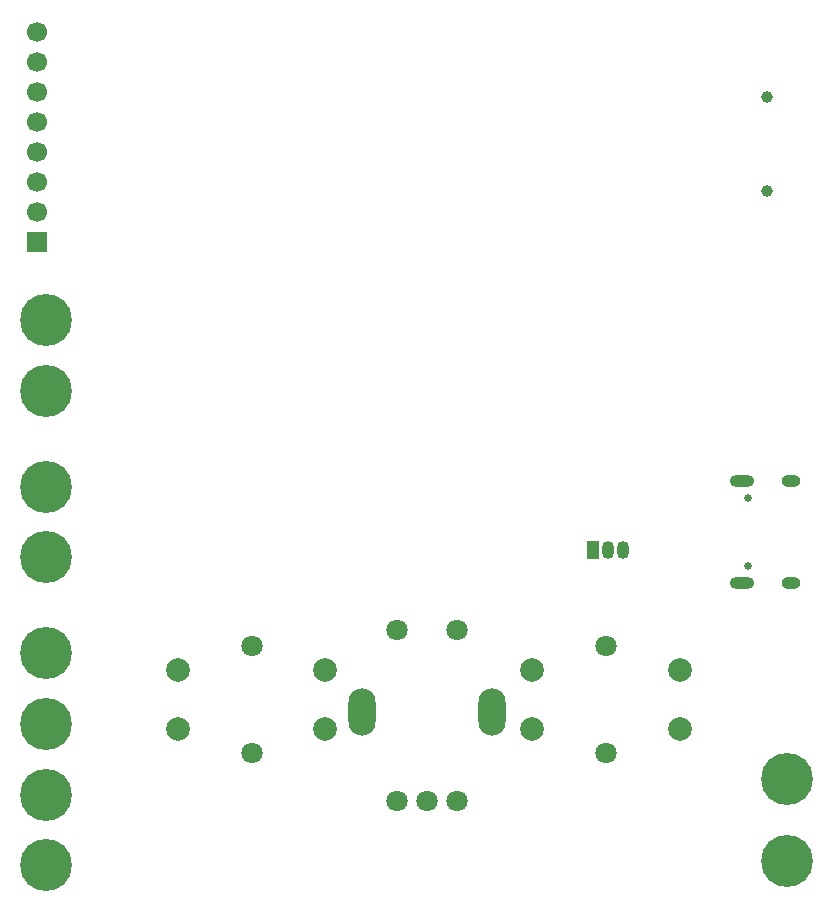
<source format=gbr>
%TF.GenerationSoftware,KiCad,Pcbnew,9.0.6*%
%TF.CreationDate,2026-01-04T04:22:01+01:00*%
%TF.ProjectId,MTR_Reflow_Oven,4d54525f-5265-4666-9c6f-775f4f76656e,rev?*%
%TF.SameCoordinates,Original*%
%TF.FileFunction,Soldermask,Bot*%
%TF.FilePolarity,Negative*%
%FSLAX46Y46*%
G04 Gerber Fmt 4.6, Leading zero omitted, Abs format (unit mm)*
G04 Created by KiCad (PCBNEW 9.0.6) date 2026-01-04 04:22:01*
%MOMM*%
%LPD*%
G01*
G04 APERTURE LIST*
%ADD10C,4.400000*%
%ADD11C,0.650000*%
%ADD12O,2.100000X1.000000*%
%ADD13O,1.600000X1.000000*%
%ADD14O,2.300000X4.000000*%
%ADD15C,1.800000*%
%ADD16C,1.000000*%
%ADD17R,1.050000X1.500000*%
%ADD18O,1.050000X1.500000*%
%ADD19C,2.000000*%
%ADD20R,1.700000X1.700000*%
%ADD21C,1.700000*%
G04 APERTURE END LIST*
D10*
%TO.C,H6*%
X111527500Y-111043333D03*
%TD*%
D11*
%TO.C,J2*%
X171000000Y-97690000D03*
X171000000Y-91910000D03*
D12*
X170470000Y-99120000D03*
D13*
X174650000Y-99120000D03*
D12*
X170470000Y-90480000D03*
D13*
X174650000Y-90480000D03*
%TD*%
D10*
%TO.C,H9*%
X111527500Y-90986667D03*
%TD*%
D14*
%TO.C,SW3*%
X149325000Y-110075000D03*
X138325000Y-110075000D03*
D15*
X141285000Y-117575000D03*
X146365000Y-117575000D03*
X143825000Y-117575000D03*
X141285000Y-103075000D03*
X146365000Y-103075000D03*
%TD*%
D16*
%TO.C,Card1*%
X172600000Y-65950000D03*
X172600000Y-57950000D03*
%TD*%
D10*
%TO.C,H12*%
X111527500Y-82830000D03*
%TD*%
%TO.C,H7*%
X111550000Y-117075000D03*
%TD*%
%TO.C,H5*%
X111527500Y-105093333D03*
%TD*%
D17*
%TO.C,U4*%
X157830000Y-96360000D03*
D18*
X159100000Y-96360000D03*
X160370000Y-96360000D03*
%TD*%
D15*
%TO.C,SW4*%
X158947500Y-104500000D03*
X158947500Y-113500000D03*
D19*
X165197500Y-111500000D03*
X152697500Y-111500000D03*
X165197500Y-106500000D03*
X152697500Y-106500000D03*
%TD*%
D10*
%TO.C,H8*%
X111550000Y-123025000D03*
%TD*%
%TO.C,H10*%
X111527500Y-96936667D03*
%TD*%
D15*
%TO.C,SW5*%
X128947500Y-104500000D03*
X128947500Y-113500000D03*
D19*
X135197500Y-111500000D03*
X122697500Y-111500000D03*
X135197500Y-106500000D03*
X122697500Y-106500000D03*
%TD*%
D10*
%TO.C,H2*%
X174300000Y-115700000D03*
%TD*%
D20*
%TO.C,J1*%
X110750000Y-70225000D03*
D21*
X110750000Y-67685000D03*
X110750000Y-65145000D03*
X110750000Y-62605000D03*
X110750000Y-60065000D03*
X110750000Y-57525000D03*
X110750000Y-54985000D03*
X110750000Y-52445000D03*
%TD*%
D10*
%TO.C,H11*%
X111527500Y-76880000D03*
%TD*%
%TO.C,H1*%
X174300000Y-122650000D03*
%TD*%
M02*

</source>
